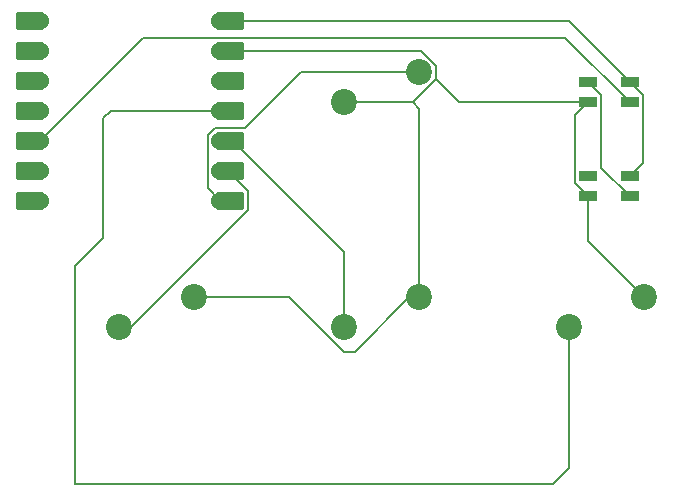
<source format=gbr>
%TF.GenerationSoftware,KiCad,Pcbnew,9.0.6*%
%TF.CreationDate,2025-11-24T14:18:51-08:00*%
%TF.ProjectId,Hackpad,4861636b-7061-4642-9e6b-696361645f70,rev?*%
%TF.SameCoordinates,Original*%
%TF.FileFunction,Copper,L1,Top*%
%TF.FilePolarity,Positive*%
%FSLAX46Y46*%
G04 Gerber Fmt 4.6, Leading zero omitted, Abs format (unit mm)*
G04 Created by KiCad (PCBNEW 9.0.6) date 2025-11-24 14:18:51*
%MOMM*%
%LPD*%
G01*
G04 APERTURE LIST*
G04 Aperture macros list*
%AMRoundRect*
0 Rectangle with rounded corners*
0 $1 Rounding radius*
0 $2 $3 $4 $5 $6 $7 $8 $9 X,Y pos of 4 corners*
0 Add a 4 corners polygon primitive as box body*
4,1,4,$2,$3,$4,$5,$6,$7,$8,$9,$2,$3,0*
0 Add four circle primitives for the rounded corners*
1,1,$1+$1,$2,$3*
1,1,$1+$1,$4,$5*
1,1,$1+$1,$6,$7*
1,1,$1+$1,$8,$9*
0 Add four rect primitives between the rounded corners*
20,1,$1+$1,$2,$3,$4,$5,0*
20,1,$1+$1,$4,$5,$6,$7,0*
20,1,$1+$1,$6,$7,$8,$9,0*
20,1,$1+$1,$8,$9,$2,$3,0*%
G04 Aperture macros list end*
%TA.AperFunction,SMDPad,CuDef*%
%ADD10RoundRect,0.152400X1.063600X0.609600X-1.063600X0.609600X-1.063600X-0.609600X1.063600X-0.609600X0*%
%TD*%
%TA.AperFunction,ComponentPad*%
%ADD11C,1.524000*%
%TD*%
%TA.AperFunction,SMDPad,CuDef*%
%ADD12RoundRect,0.152400X-1.063600X-0.609600X1.063600X-0.609600X1.063600X0.609600X-1.063600X0.609600X0*%
%TD*%
%TA.AperFunction,SMDPad,CuDef*%
%ADD13R,1.600000X0.850000*%
%TD*%
%TA.AperFunction,ComponentPad*%
%ADD14C,2.200000*%
%TD*%
%TA.AperFunction,Conductor*%
%ADD15C,0.200000*%
%TD*%
G04 APERTURE END LIST*
D10*
%TO.P,U1,1,GPIO26/ADC0/A0*%
%TO.N,unconnected-(U1-GPIO26{slash}ADC0{slash}A0-Pad1)*%
X124815000Y-86978500D03*
D11*
X125650000Y-86978500D03*
D10*
%TO.P,U1,2,GPIO27/ADC1/A1*%
%TO.N,unconnected-(U1-GPIO27{slash}ADC1{slash}A1-Pad2)*%
X124815000Y-89518500D03*
D11*
X125650000Y-89518500D03*
D10*
%TO.P,U1,3,GPIO28/ADC2/A2*%
%TO.N,unconnected-(U1-GPIO28{slash}ADC2{slash}A2-Pad3)*%
X124815000Y-92058500D03*
D11*
X125650000Y-92058500D03*
D10*
%TO.P,U1,4,GPIO29/ADC3/A3*%
%TO.N,unconnected-(U1-GPIO29{slash}ADC3{slash}A3-Pad4)*%
X124815000Y-94598500D03*
D11*
X125650000Y-94598500D03*
D10*
%TO.P,U1,5,GPIO6/SDA*%
%TO.N,Net-(D1-DIN)*%
X124815000Y-97138500D03*
D11*
X125650000Y-97138500D03*
D10*
%TO.P,U1,6,GPIO7/SCL*%
%TO.N,unconnected-(U1-GPIO7{slash}SCL-Pad6)*%
X124815000Y-99678500D03*
D11*
X125650000Y-99678500D03*
D10*
%TO.P,U1,7,GPIO0/TX*%
%TO.N,unconnected-(U1-GPIO0{slash}TX-Pad7)*%
X124815000Y-102218500D03*
D11*
X125650000Y-102218500D03*
%TO.P,U1,8,GPIO1/RX*%
%TO.N,Net-(U1-GPIO1{slash}RX)*%
X140890000Y-102218500D03*
D12*
X141725000Y-102218500D03*
D11*
%TO.P,U1,9,GPIO2/SCK*%
%TO.N,Net-(U1-GPIO2{slash}SCK)*%
X140890000Y-99678500D03*
D12*
X141725000Y-99678500D03*
D11*
%TO.P,U1,10,GPIO4/MISO*%
%TO.N,Net-(U1-GPIO4{slash}MISO)*%
X140890000Y-97138500D03*
D12*
X141725000Y-97138500D03*
D11*
%TO.P,U1,11,GPIO3/MOSI*%
%TO.N,Net-(U1-GPIO3{slash}MOSI)*%
X140890000Y-94598500D03*
D12*
X141725000Y-94598500D03*
D11*
%TO.P,U1,12,3V3*%
%TO.N,unconnected-(U1-3V3-Pad12)*%
X140890000Y-92058500D03*
D12*
X141725000Y-92058500D03*
D11*
%TO.P,U1,13,GND*%
%TO.N,GND*%
X140890000Y-89518500D03*
D12*
X141725000Y-89518500D03*
D11*
%TO.P,U1,14,VBUS*%
%TO.N,+5V*%
X140890000Y-86978500D03*
D12*
X141725000Y-86978500D03*
%TD*%
D13*
%TO.P,D2,1,DOUT*%
%TO.N,unconnected-(D2-DOUT-Pad1)*%
X172050000Y-100095000D03*
%TO.P,D2,2,VSS*%
%TO.N,GND*%
X172050000Y-101845000D03*
%TO.P,D2,3,DIN*%
%TO.N,Net-(D1-DOUT)*%
X175550000Y-101845000D03*
%TO.P,D2,4,VDD*%
%TO.N,+5V*%
X175550000Y-100095000D03*
%TD*%
D14*
%TO.P,SW2,1,1*%
%TO.N,GND*%
X138700000Y-110410000D03*
%TO.P,SW2,2,2*%
%TO.N,Net-(U1-GPIO2{slash}SCK)*%
X132350000Y-112950000D03*
%TD*%
D13*
%TO.P,D1,1,DOUT*%
%TO.N,Net-(D1-DOUT)*%
X172050000Y-92145000D03*
%TO.P,D1,2,VSS*%
%TO.N,GND*%
X172050000Y-93895000D03*
%TO.P,D1,3,DIN*%
%TO.N,Net-(D1-DIN)*%
X175550000Y-93895000D03*
%TO.P,D1,4,VDD*%
%TO.N,+5V*%
X175550000Y-92145000D03*
%TD*%
D14*
%TO.P,SW3,1,1*%
%TO.N,GND*%
X157750000Y-110410000D03*
%TO.P,SW3,2,2*%
%TO.N,Net-(U1-GPIO4{slash}MISO)*%
X151400000Y-112950000D03*
%TD*%
%TO.P,SW1,1,1*%
%TO.N,Net-(U1-GPIO1{slash}RX)*%
X157750000Y-91360000D03*
%TO.P,SW1,2,2*%
%TO.N,GND*%
X151400000Y-93900000D03*
%TD*%
%TO.P,SW4,1,1*%
%TO.N,GND*%
X176800000Y-110410000D03*
%TO.P,SW4,2,2*%
%TO.N,Net-(U1-GPIO3{slash}MOSI)*%
X170450000Y-112950000D03*
%TD*%
D15*
%TO.N,+5V*%
X176651000Y-98994000D02*
X176651000Y-93246000D01*
X176651000Y-93246000D02*
X175550000Y-92145000D01*
X175550000Y-100095000D02*
X176651000Y-98994000D01*
X170383500Y-86978500D02*
X140890000Y-86978500D01*
X175550000Y-92145000D02*
X170383500Y-86978500D01*
%TO.N,GND*%
X172050000Y-105660000D02*
X172050000Y-101845000D01*
X159151000Y-90779686D02*
X157889814Y-89518500D01*
X146748470Y-110410000D02*
X138700000Y-110410000D01*
X151331000Y-114992530D02*
X146748470Y-110410000D01*
X161105686Y-93895000D02*
X159151000Y-91940314D01*
X157750000Y-110410000D02*
X156908470Y-110410000D01*
X176800000Y-110410000D02*
X172050000Y-105660000D01*
X157750000Y-94458686D02*
X157750000Y-110410000D01*
X157889814Y-89518500D02*
X140890000Y-89518500D01*
X151400000Y-93900000D02*
X157191314Y-93900000D01*
X159151000Y-91940314D02*
X159151000Y-90779686D01*
X156908470Y-110410000D02*
X152325940Y-114992530D01*
X170949000Y-100744000D02*
X170949000Y-94996000D01*
X152325940Y-114992530D02*
X151331000Y-114992530D01*
X172050000Y-101845000D02*
X170949000Y-100744000D01*
X157191314Y-93900000D02*
X157750000Y-94458686D01*
X170949000Y-94996000D02*
X172050000Y-93895000D01*
X157191314Y-93900000D02*
X159151000Y-91940314D01*
X172050000Y-93895000D02*
X161105686Y-93895000D01*
%TO.N,Net-(U1-GPIO1{slash}RX)*%
X139827000Y-101155500D02*
X140890000Y-102218500D01*
X147696126Y-91360000D02*
X142980626Y-96075500D01*
X157750000Y-91360000D02*
X157750000Y-92281250D01*
X142980626Y-96075500D02*
X140449690Y-96075500D01*
X140449690Y-96075500D02*
X139827000Y-96698190D01*
X157750000Y-91360000D02*
X147696126Y-91360000D01*
X139827000Y-96698190D02*
X139827000Y-101155500D01*
%TO.N,Net-(U1-GPIO2{slash}SCK)*%
X141503626Y-99678500D02*
X143242000Y-101416874D01*
X143242000Y-101416874D02*
X143242000Y-103020126D01*
X140890000Y-99678500D02*
X141503626Y-99678500D01*
X133312126Y-112950000D02*
X132350000Y-112950000D01*
X143242000Y-103020126D02*
X133312126Y-112950000D01*
%TO.N,Net-(U1-GPIO4{slash}MISO)*%
X141967630Y-97138500D02*
X140890000Y-97138500D01*
X151400000Y-112950000D02*
X151400000Y-106570870D01*
X151400000Y-106570870D02*
X141967630Y-97138500D01*
%TO.N,Net-(U1-GPIO3{slash}MOSI)*%
X140890000Y-94598500D02*
X131620250Y-94598500D01*
X128587500Y-126206250D02*
X169068750Y-126206250D01*
X128587500Y-107736000D02*
X128587500Y-126206250D01*
X130968750Y-95250000D02*
X130968750Y-105354750D01*
X170450000Y-124825000D02*
X170450000Y-112950000D01*
X131620250Y-94598500D02*
X130968750Y-95250000D01*
X130968750Y-105354750D02*
X128587500Y-107736000D01*
X169068750Y-126206250D02*
X170450000Y-124825000D01*
%TO.N,Net-(D1-DOUT)*%
X173151000Y-93246000D02*
X172050000Y-92145000D01*
X173151000Y-99446000D02*
X173151000Y-93246000D01*
X175550000Y-101845000D02*
X173151000Y-99446000D01*
%TO.N,Net-(D1-DIN)*%
X170110500Y-88455500D02*
X134333000Y-88455500D01*
X134333000Y-88455500D02*
X125650000Y-97138500D01*
X175550000Y-93895000D02*
X170110500Y-88455500D01*
%TD*%
M02*

</source>
